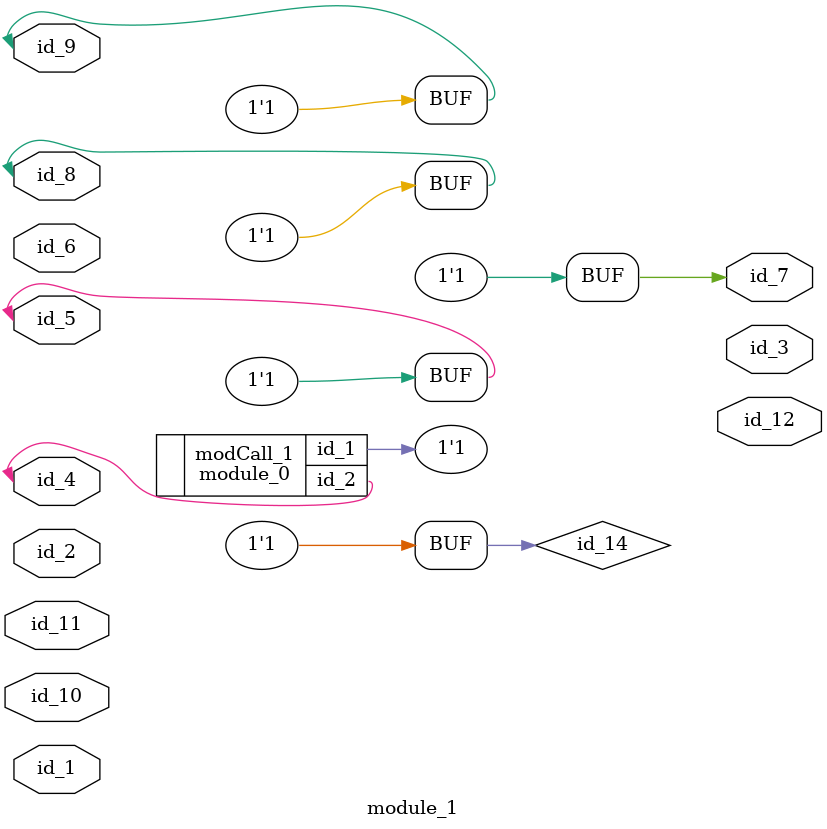
<source format=v>
module module_0 (
    id_1,
    id_2
);
  output wire id_2;
  output wire id_1;
  assign id_1 = 1;
  localparam id_3 = -1;
  wire id_4, id_5;
endmodule
module module_1 (
    id_1,
    id_2,
    id_3,
    id_4,
    id_5,
    id_6,
    id_7,
    id_8,
    id_9,
    id_10,
    id_11,
    id_12
);
  output wire id_12;
  input wire id_11;
  input wire id_10;
  inout wire id_9;
  inout wire id_8;
  output wire id_7;
  input wire id_6;
  input wire id_5;
  inout wire id_4;
  output wire id_3;
  input wire id_2;
  input wire id_1;
  assign id_9 = -1;
  assign id_7 = id_9;
  assign id_8 = {id_6, -1, -1};
  module_0 modCall_1 (
      id_8,
      id_4
  );
  assign id_8 = id_5;
  wire id_13;
  tri id_14, id_15, id_16;
  wire id_17;
  assign id_14 = -1;
endmodule

</source>
